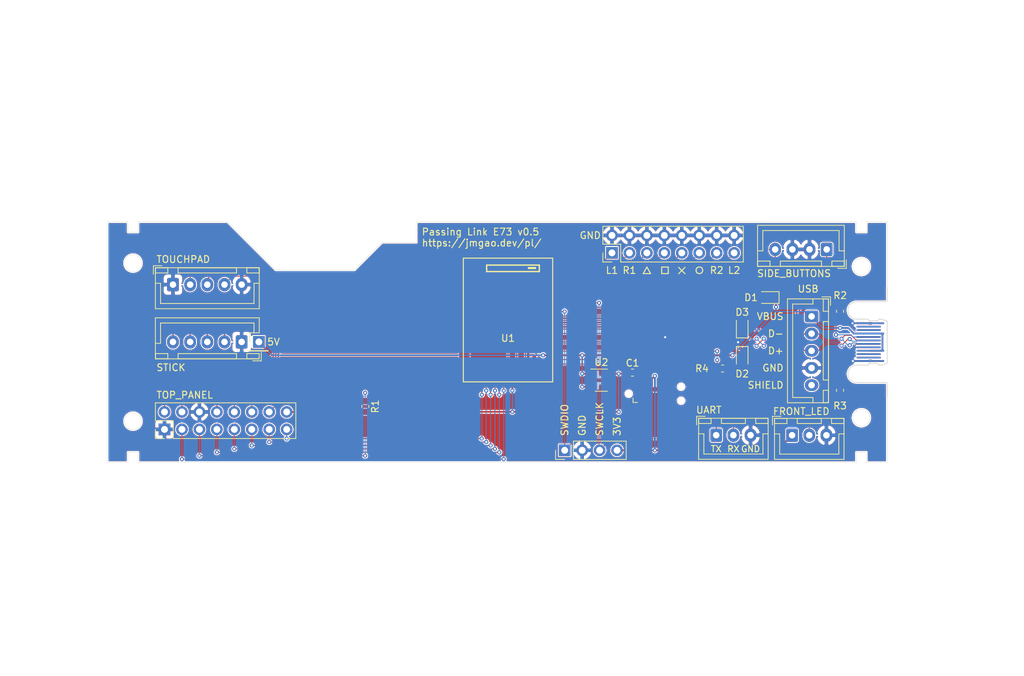
<source format=kicad_pcb>
(kicad_pcb (version 20171130) (host pcbnew 5.1.5-52549c5~84~ubuntu18.04.1)
  (layers (0 F.Cu signal) (31 B.Cu signal) (34 B.Paste user hide) (35 F.Paste user hide) (36 B.SilkS user) (37 F.SilkS user) (38 B.Mask user hide) (39 F.Mask user hide) (44 Edge.Cuts user))
  (net 0 "")
  (net 1 +3V3)
  (net 2 GND)
  (net 3 USB_VBUS)
  (net 4 "Net-(X1-PadB11)")
  (net 5 "Net-(X1-PadB10)")
  (net 6 "Net-(X1-PadB8)")
  (net 7 USB_D-)
  (net 8 USB_D+)
  (net 9 "Net-(X1-PadB3)")
  (net 10 "Net-(X1-PadB2)")
  (net 11 "Net-(X1-PadA2)")
  (net 12 "Net-(X1-PadA3)")
  (net 13 "Net-(X1-PadA8)")
  (net 14 "Net-(X1-PadA10)")
  (net 15 "Net-(X1-PadA11)")
  (net 16 SWCLK)
  (net 17 SWDIO)
  (net 18 "Net-(J1-Pad5)")
  (net 19 "Net-(J3-Pad5)")
  (net 20 "Net-(J3-Pad10)")
  (net 21 "Net-(J3-Pad9)")
  (net 22 "Net-(R3-Pad1)")
  (net 23 "Net-(J8-Pad2)")
  (net 24 "Net-(J3-Pad1)")
  (net 25 "Net-(U1-Pad23)")
  (net 26 "Net-(U1-Pad25)")
  (net 27 /STICK_RIGHT)
  (net 28 /STICK_LEFT)
  (net 29 /STICK_UP)
  (net 30 /STICK_DOWN)
  (net 31 /BUTTON_L1)
  (net 32 /BUTTON_R1)
  (net 33 /BUTTON_TRIANGLE)
  (net 34 /BUTTON_SQUARE)
  (net 35 /BUTTON_CROSS)
  (net 36 /BUTTON_CIRCLE)
  (net 37 /BUTTON_R2)
  (net 38 /BUTTON_L2)
  (net 39 /BUTTON_PS4)
  (net 40 /MODE_LOCK)
  (net 41 /MODE_LS)
  (net 42 /MODE_RS)
  (net 43 /MODE_PS3)
  (net 44 /BUTTON_L3)
  (net 45 /BUTTON_R3)
  (net 46 /BUTTON_TOUCHPAD)
  (net 47 /UART_TX)
  (net 48 /UART_RX)
  (net 49 /BUTTON_SELECT)
  (net 50 /BUTTON_START)
  (net 51 /LED_FRONT_K)
  (net 52 "Net-(U2-Pad4)")
  (net 53 /TP_SS)
  (net 54 /TP_SCL)
  (net 55 /TP_SDA)
  (net 56 /LED_P4_K)
  (net 57 /LED_P3_K)
  (net 58 /LED_P2_K)
  (net 59 /LED_P1_K)
  (net 60 "Net-(R2-Pad1)")
  (net 61 /TP_RST)
  (net 62 /TP_INT)
  (module E73-2G4M08S1C:E73-2G4M08S1C (layer F.Cu) (at 171.12 89.13)
    (fp_text reference U1 (at 0 2.54) (layer F.SilkS))
    (fp_text value E73-2G4M08S1C)
    (pad 42 smd rect (at 3.969 -4.505 180) (size 1.524 0.635) (layers F.Cu F.Paste F.Mask) (net 32 /BUTTON_R1))
    (pad 40 smd rect (at 3.969 -3.235 180) (size 1.524 0.635) (layers F.Cu F.Paste F.Mask) (net 34 /BUTTON_SQUARE))
    (pad 38 smd rect (at 3.969 -1.965 180) (size 1.524 0.635) (layers F.Cu F.Paste F.Mask) (net 35 /BUTTON_CROSS))
    (pad 36 smd rect (at 3.969 -0.695 180) (size 1.524 0.635) (layers F.Cu F.Paste F.Mask) (net 36 /BUTTON_CIRCLE))
    (pad 34 smd rect (at 3.969 0.575 180) (size 1.524 0.635) (layers F.Cu F.Paste F.Mask) (net 38 /BUTTON_L2))
    (pad 32 smd rect (at 3.969 1.845 180) (size 1.524 0.635) (layers F.Cu F.Paste F.Mask) (net 50 /BUTTON_START))
    (pad 30 smd rect (at 3.969 3.115 180) (size 1.524 0.635) (layers F.Cu F.Paste F.Mask) (net 51 /LED_FRONT_K))
    (pad 28 smd rect (at 3.969 4.385 180) (size 1.524 0.635) (layers F.Cu F.Paste F.Mask) (net 48 /UART_RX))
    (pad 24 smd rect (at 3.81 6.33 90) (size 1.524 0.635) (layers F.Cu F.Paste F.Mask) (net 2 GND))
    (pad 22 smd rect (at 2.54 6.33 90) (size 1.524 0.635) (layers F.Cu F.Paste F.Mask) (net 53 /TP_SS))
    (pad 20 smd rect (at 1.27 6.33 90) (size 1.524 0.635) (layers F.Cu F.Paste F.Mask) (net 54 /TP_SCL))
    (pad 18 smd rect (at 0 6.33 90) (size 1.524 0.635) (layers F.Cu F.Paste F.Mask) (net 55 /TP_SDA))
    (pad 16 smd rect (at -1.27 6.33 90) (size 1.524 0.635) (layers F.Cu F.Paste F.Mask) (net 43 /MODE_PS3))
    (pad 14 smd rect (at -2.54 6.33 90) (size 1.524 0.635) (layers F.Cu F.Paste F.Mask) (net 57 /LED_P3_K))
    (pad 12 smd rect (at -3.81 6.33 90) (size 1.524 0.635) (layers F.Cu F.Paste F.Mask) (net 59 /LED_P1_K))
    (pad 25 smd rect (at 4.45 8.75 90) (size 1.524 0.635) (layers F.Cu F.Paste F.Mask) (net 26 "Net-(U1-Pad25)"))
    (pad 23 smd rect (at 3.18 8.75 90) (size 1.524 0.635) (layers F.Cu F.Paste F.Mask) (net 25 "Net-(U1-Pad23)"))
    (pad 21 smd rect (at 1.91 8.75 90) (size 1.524 0.635) (layers F.Cu F.Paste F.Mask) (net 2 GND))
    (pad 19 smd rect (at 0.64 8.75 90) (size 1.524 0.635) (layers F.Cu F.Paste F.Mask) (net 1 +3V3))
    (pad 17 smd rect (at -0.63 8.75 90) (size 1.524 0.635) (layers F.Cu F.Paste F.Mask) (net 45 /BUTTON_R3))
    (pad 15 smd rect (at -1.9 8.75 90) (size 1.524 0.635) (layers F.Cu F.Paste F.Mask) (net 56 /LED_P4_K))
    (pad 13 smd rect (at -3.17 8.75 90) (size 1.524 0.635) (layers F.Cu F.Paste F.Mask) (net 58 /LED_P2_K))
    (pad 11 smd rect (at -4.44 8.75 90) (size 1.524 0.635) (layers F.Cu F.Paste F.Mask) (net 39 /BUTTON_PS4))
    (pad 2 smd rect (at -6.35 -3.87) (size 1.524 0.635) (layers F.Cu F.Paste F.Mask) (net 29 /STICK_UP))
    (pad 1 smd rect (at -6.35 -5.14) (size 1.524 0.635) (layers F.Cu F.Paste F.Mask) (net 30 /STICK_DOWN))
    (pad 3 smd rect (at -6.35 -2.6) (size 1.524 0.635) (layers F.Cu F.Paste F.Mask) (net 28 /STICK_LEFT))
    (pad 4 smd rect (at -6.35 -1.33) (size 1.524 0.635) (layers F.Cu F.Paste F.Mask) (net 27 /STICK_RIGHT))
    (pad 5 smd rect (at -6.35 -0.06) (size 1.524 0.635) (layers F.Cu F.Paste F.Mask) (net 2 GND))
    (pad 7 smd rect (at -6.35 2.48) (size 1.524 0.635) (layers F.Cu F.Paste F.Mask) (net 44 /BUTTON_L3))
    (pad 8 smd rect (at -6.35 3.75) (size 1.524 0.635) (layers F.Cu F.Paste F.Mask) (net 42 /MODE_RS))
    (pad 6 smd rect (at -6.35 1.21) (size 1.524 0.635) (layers F.Cu F.Paste F.Mask) (net 46 /BUTTON_TOUCHPAD))
    (pad 9 smd rect (at -6.35 5.02) (size 1.524 0.635) (layers F.Cu F.Paste F.Mask) (net 41 /MODE_LS))
    (pad 10 smd rect (at -6.35 6.29) (size 1.524 0.635) (layers F.Cu F.Paste F.Mask) (net 40 /MODE_LOCK))
    (pad 41 smd rect (at 6.35 -3.87) (size 1.524 0.635) (layers F.Cu F.Paste F.Mask) (net 33 /BUTTON_TRIANGLE))
    (pad 43 smd rect (at 6.35 -5.14) (size 1.524 0.635) (layers F.Cu F.Paste F.Mask) (net 31 /BUTTON_L1))
    (pad 39 smd rect (at 6.35 -2.6) (size 1.524 0.635) (layers F.Cu F.Paste F.Mask) (net 16 SWCLK))
    (pad 37 smd rect (at 6.35 -1.33) (size 1.524 0.635) (layers F.Cu F.Paste F.Mask) (net 17 SWDIO))
    (pad 35 smd rect (at 6.35 -0.06) (size 1.524 0.635) (layers F.Cu F.Paste F.Mask) (net 37 /BUTTON_R2))
    (pad 33 smd rect (at 6.35 1.21) (size 1.524 0.635) (layers F.Cu F.Paste F.Mask) (net 49 /BUTTON_SELECT))
    (pad 31 smd rect (at 6.35 2.48) (size 1.524 0.635) (layers F.Cu F.Paste F.Mask) (net 8 USB_D+))
    (pad 29 smd rect (at 6.35 3.75) (size 1.524 0.635) (layers F.Cu F.Paste F.Mask) (net 7 USB_D-))
    (pad 27 smd rect (at 6.35 5.02) (size 1.524 0.635) (layers F.Cu F.Paste F.Mask) (net 3 USB_VBUS))
    (pad 26 smd rect (at 6.35 6.29) (size 1.524 0.635) (layers F.Cu F.Paste F.Mask) (net 47 /UART_TX))
  )
  (module Resistor_SMD:R_0603_1608Metric (layer F.Cu) (at 150.36 101.6 270)
    (fp_text reference R1 (at 0 -1.43 90) (layer F.SilkS))
    (fp_text value 10K)
    (pad 2 smd roundrect (at 0.7875 0 270) (size 0.875 0.95) (layers F.Cu F.Paste F.Mask) (net 1 +3V3))
    (pad 1 smd roundrect (at -0.7875 0 270) (size 0.875 0.95) (layers F.Cu F.Paste F.Mask) (net 62 /TP_INT))
  )
  (module Package_TO_SOT_SMD:SOT-23-5 (layer F.Cu) (at 184.7 97.78)
    (fp_text reference U2 (at 0 -2.6) (layer F.SilkS))
    (fp_text value MIC5219-3.3YM5)
    (pad 5 smd rect (at 1.1 -0.95) (size 1.06 0.65) (layers F.Cu F.Paste F.Mask) (net 1 +3V3))
    (pad 4 smd rect (at 1.1 0.95) (size 1.06 0.65) (layers F.Cu F.Paste F.Mask) (net 52 "Net-(U2-Pad4)"))
    (pad 3 smd rect (at -1.1 0.95) (size 1.06 0.65) (layers F.Cu F.Paste F.Mask) (net 3 USB_VBUS))
    (pad 2 smd rect (at -1.1 0) (size 1.06 0.65) (layers F.Cu F.Paste F.Mask) (net 2 GND))
    (pad 1 smd rect (at -1.1 -0.95) (size 1.06 0.65) (layers F.Cu F.Paste F.Mask) (net 3 USB_VBUS))
  )
  (module Capacitor_SMD:C_0603_1608Metric (layer F.Cu) (at 189.2425 96.68)
    (fp_text reference C1 (at -0.0025 -1.4) (layer F.SilkS))
    (fp_text value 1uF)
    (pad 2 smd roundrect (at 0.7875 0) (size 0.875 0.95) (layers F.Cu F.Paste F.Mask) (net 2 GND))
    (pad 1 smd roundrect (at -0.7875 0) (size 0.875 0.95) (layers F.Cu F.Paste F.Mask) (net 1 +3V3))
  )
  (module Connector_JST:JST_XH_B4B-XH-A_1x04_P2.50mm_Vertical (layer F.Cu) (at 217.5 78.75 180)
    (fp_text reference J12 hide)
    (fp_text value Conn_01x04 hide)
    (fp_text user SIDE_BUTTONS (at 4.75 -3.5 180) (layer F.SilkS))
    (pad 4 thru_hole oval (at 7.5 0 180) (size 1.7 1.95) (drill 0.95) (layers *.Cu *.Mask) (net 49 /BUTTON_SELECT))
    (pad 3 thru_hole oval (at 5 0 180) (size 1.7 1.95) (drill 0.95) (layers *.Cu *.Mask) (net 2 GND))
    (pad 2 thru_hole oval (at 2.5 0 180) (size 1.7 1.95) (drill 0.95) (layers *.Cu *.Mask) (net 2 GND))
    (pad 1 thru_hole roundrect (at 0 0 180) (size 1.7 1.95) (drill 0.95) (layers *.Cu *.Mask) (roundrect_rratio 0.147059) (net 50 /BUTTON_START))
  )
  (module Connector_PinHeader_2.54mm:PinHeader_2x08_P2.54mm_Vertical (layer F.Cu) (at 186.25 79.25 90)
    (fp_text reference J6 hide)
    (fp_text value Conn_02x08_Odd_Even hide)
    (fp_text user GND (at 2.54 -1.54 180) (layer F.SilkS) (effects (justify right)))
    (fp_text user L1 (at -2.54 0 180) (layer F.SilkS))
    (fp_text user R1 (at -2.54 2.54 180) (layer F.SilkS))
    (fp_text user △ (at -2.445 5.08 180) (layer F.SilkS) (effects (font (size 1.25 1.25))))
    (fp_text user □ (at -2.54 7.62 90) (layer F.SilkS) (effects (font (size 1.25 1.25))))
    (fp_text user × (at -2.445 10.165 180) (layer F.SilkS) (effects (font (size 1.625 1.625))))
    (fp_text user ○ (at -2.535 12.625 90) (layer F.SilkS) (effects (font (size 1.25 1.25))))
    (fp_text user R2 (at -2.54 15.24 180) (layer F.SilkS))
    (fp_text user L2 (at -2.54 17.78 180) (layer F.SilkS))
    (pad 1 thru_hole rect (at 0 0 90) (size 1.7 1.7) (drill 1) (layers *.Cu *.Mask) (net 31 /BUTTON_L1))
    (pad 2 thru_hole oval (at 2.54 0 90) (size 1.7 1.7) (drill 1) (layers *.Cu *.Mask) (net 2 GND))
    (pad 3 thru_hole oval (at 0 2.54 90) (size 1.7 1.7) (drill 1) (layers *.Cu *.Mask) (net 32 /BUTTON_R1))
    (pad 4 thru_hole oval (at 2.54 2.54 90) (size 1.7 1.7) (drill 1) (layers *.Cu *.Mask) (net 2 GND))
    (pad 5 thru_hole oval (at 0 5.08 90) (size 1.7 1.7) (drill 1) (layers *.Cu *.Mask) (net 33 /BUTTON_TRIANGLE))
    (pad 6 thru_hole oval (at 2.54 5.08 90) (size 1.7 1.7) (drill 1) (layers *.Cu *.Mask) (net 2 GND))
    (pad 7 thru_hole oval (at 0 7.62 90) (size 1.7 1.7) (drill 1) (layers *.Cu *.Mask) (net 34 /BUTTON_SQUARE))
    (pad 8 thru_hole oval (at 2.54 7.62 90) (size 1.7 1.7) (drill 1) (layers *.Cu *.Mask) (net 2 GND))
    (pad 9 thru_hole oval (at 0 10.16 90) (size 1.7 1.7) (drill 1) (layers *.Cu *.Mask) (net 35 /BUTTON_CROSS))
    (pad 10 thru_hole oval (at 2.54 10.16 90) (size 1.7 1.7) (drill 1) (layers *.Cu *.Mask) (net 2 GND))
    (pad 11 thru_hole oval (at 0 12.7 90) (size 1.7 1.7) (drill 1) (layers *.Cu *.Mask) (net 36 /BUTTON_CIRCLE))
    (pad 12 thru_hole oval (at 2.54 12.7 90) (size 1.7 1.7) (drill 1) (layers *.Cu *.Mask) (net 2 GND))
    (pad 13 thru_hole oval (at 0 15.24 90) (size 1.7 1.7) (drill 1) (layers *.Cu *.Mask) (net 37 /BUTTON_R2))
    (pad 14 thru_hole oval (at 2.54 15.24 90) (size 1.7 1.7) (drill 1) (layers *.Cu *.Mask) (net 2 GND))
    (pad 15 thru_hole oval (at 0 17.78 90) (size 1.7 1.7) (drill 1) (layers *.Cu *.Mask) (net 38 /BUTTON_L2))
    (pad 16 thru_hole oval (at 2.54 17.78 90) (size 1.7 1.7) (drill 1) (layers *.Cu *.Mask) (net 2 GND))
  )
  (module Connector_PinHeader_2.54mm:PinHeader_1x04_P2.54mm_Vertical (layer F.Cu) (at 179.37 107.98 90)
    (fp_text reference J2 hide)
    (fp_text value Conn_01x04)
    (fp_text user SWDIO (at 2 0 90) (layer F.SilkS) (effects (justify left)))
    (fp_text user GND (at 2 2.54 90) (layer F.SilkS) (effects (justify left)))
    (fp_text user SWCLK (at 2 5.08 90) (layer F.SilkS) (effects (justify left)))
    (fp_text user 3V3 (at 2 7.62 90) (layer F.SilkS) (effects (justify left)))
    (pad 4 thru_hole oval (at 0 7.62 90) (size 1.7 1.7) (drill 1) (layers *.Cu *.Mask) (net 1 +3V3))
    (pad 3 thru_hole oval (at 0 5.08 90) (size 1.7 1.7) (drill 1) (layers *.Cu *.Mask) (net 16 SWCLK))
    (pad 2 thru_hole oval (at 0 2.54 90) (size 1.7 1.7) (drill 1) (layers *.Cu *.Mask) (net 2 GND))
    (pad 1 thru_hole rect (at 0 0 90) (size 1.7 1.7) (drill 1) (layers *.Cu *.Mask) (net 17 SWDIO))
  )
  (module Connector_JST:JST_XH_B3B-XH-A_1x03_P2.50mm_Vertical (layer F.Cu) (at 201.42 105.78)
    (fp_text reference J9 hide)
    (fp_text value Conn_01x03 hide)
    (fp_text user UART (at -1.07 -3.66) (layer F.SilkS))
    (fp_text user TX (at 0 2) (layer F.SilkS) (effects (font (size 0.9 0.9))))
    (fp_text user RX (at 2.5 2) (layer F.SilkS) (effects (font (size 0.9 0.9))))
    (fp_text user GND (at 5 2) (layer F.SilkS) (effects (font (size 0.9 0.9))))
    (pad 1 thru_hole roundrect (at 0 0) (size 1.7 1.95) (drill 0.95) (layers *.Cu *.Mask) (roundrect_rratio 0.147059) (net 47 /UART_TX))
    (pad 2 thru_hole oval (at 2.5 0) (size 1.7 1.95) (drill 0.95) (layers *.Cu *.Mask) (net 48 /UART_RX))
    (pad 3 thru_hole oval (at 5 0) (size 1.7 1.95) (drill 0.95) (layers *.Cu *.Mask) (net 2 GND))
  )
  (module Connector:Tag-Connect_TC2050-IDC-NL_2x05_P1.27mm_Vertical (layer F.Cu) (at 192.5 99.75)
    (fp_text reference J3 hide)
    (fp_text value Conn_02x05_Odd_Even hide)
    (pad 10 connect circle (at -2.54 -0.635) (size 0.7874 0.7874) (layers F.Cu F.Mask) (net 20 "Net-(J3-Pad10)"))
    (pad 9 connect circle (at -1.27 -0.635) (size 0.7874 0.7874) (layers F.Cu F.Mask) (net 21 "Net-(J3-Pad9)"))
    (pad 8 connect circle (at 0 -0.635) (size 0.7874 0.7874) (layers F.Cu F.Mask) (net 1 +3V3))
    (pad 7 connect circle (at 1.27 -0.635) (size 0.7874 0.7874) (layers F.Cu F.Mask) (net 1 +3V3))
    (pad 6 connect circle (at 2.54 -0.635) (size 0.7874 0.7874) (layers F.Cu F.Mask) (net 16 SWCLK))
    (pad 5 connect circle (at 2.54 0.635) (size 0.7874 0.7874) (layers F.Cu F.Mask) (net 19 "Net-(J3-Pad5)"))
    (pad 4 connect circle (at 1.27 0.635) (size 0.7874 0.7874) (layers F.Cu F.Mask) (net 2 GND))
    (pad 3 connect circle (at 0 0.635) (size 0.7874 0.7874) (layers F.Cu F.Mask) (net 2 GND))
    (pad 2 connect circle (at -1.27 0.635) (size 0.7874 0.7874) (layers F.Cu F.Mask) (net 17 SWDIO))
    (pad 1 connect circle (at -2.54 0.635) (size 0.7874 0.7874) (layers F.Cu F.Mask) (net 24 "Net-(J3-Pad1)"))
    (pad "" thru_hole circle (at -3.81 0) (size 0.9906 0.9906) (drill 0.9906) (layers *.Cu *.Mask))
    (pad "" thru_hole circle (at 3.81 1.016) (size 0.9906 0.9906) (drill 0.9906) (layers *.Cu *.Mask))
    (pad "" thru_hole circle (at 3.81 -1.016) (size 0.9906 0.9906) (drill 0.9906) (layers *.Cu *.Mask))
  )
  (module Connector_PinHeader_2.54mm:PinHeader_2x08_P2.54mm_Vertical (layer F.Cu) (at 121.13 104.94 90)
    (fp_text reference J7 hide)
    (fp_text value Conn_02x08_Odd_Even hide)
    (fp_text user TOP_PANEL (at 5 -1.25 180) (layer F.SilkS) (effects (justify left)))
    (pad 16 thru_hole oval (at 2.54 17.78 90) (size 1.7 1.7) (drill 1) (layers *.Cu *.Mask) (net 1 +3V3))
    (pad 15 thru_hole oval (at 0 17.78 90) (size 1.7 1.7) (drill 1) (layers *.Cu *.Mask) (net 59 /LED_P1_K))
    (pad 14 thru_hole oval (at 2.54 15.24 90) (size 1.7 1.7) (drill 1) (layers *.Cu *.Mask) (net 39 /BUTTON_PS4))
    (pad 13 thru_hole oval (at 0 15.24 90) (size 1.7 1.7) (drill 1) (layers *.Cu *.Mask) (net 58 /LED_P2_K))
    (pad 12 thru_hole oval (at 2.54 12.7 90) (size 1.7 1.7) (drill 1) (layers *.Cu *.Mask) (net 40 /MODE_LOCK))
    (pad 11 thru_hole oval (at 0 12.7 90) (size 1.7 1.7) (drill 1) (layers *.Cu *.Mask) (net 57 /LED_P3_K))
    (pad 10 thru_hole oval (at 2.54 10.16 90) (size 1.7 1.7) (drill 1) (layers *.Cu *.Mask) (net 41 /MODE_LS))
    (pad 9 thru_hole oval (at 0 10.16 90) (size 1.7 1.7) (drill 1) (layers *.Cu *.Mask) (net 56 /LED_P4_K))
    (pad 8 thru_hole oval (at 2.54 7.62 90) (size 1.7 1.7) (drill 1) (layers *.Cu *.Mask) (net 42 /MODE_RS))
    (pad 7 thru_hole oval (at 0 7.62 90) (size 1.7 1.7) (drill 1) (layers *.Cu *.Mask) (net 43 /MODE_PS3))
    (pad 6 thru_hole oval (at 2.54 5.08 90) (size 1.7 1.7) (drill 1) (layers *.Cu *.Mask) (net 2 GND))
    (pad 5 thru_hole oval (at 0 5.08 90) (size 1.7 1.7) (drill 1) (layers *.Cu *.Mask) (net 62 /TP_INT))
    (pad 4 thru_hole oval (at 2.54 2.54 90) (size 1.7 1.7) (drill 1) (layers *.Cu *.Mask) (net 44 /BUTTON_L3))
    (pad 3 thru_hole oval (at 0 2.54 90) (size 1.7 1.7) (drill 1) (layers *.Cu *.Mask) (net 45 /BUTTON_R3))
    (pad 2 thru_hole oval (at 2.54 0 90) (size 1.7 1.7) (drill 1) (layers *.Cu *.Mask) (net 46 /BUTTON_TOUCHPAD))
    (pad 1 thru_hole rect (at 0 0 90) (size 1.7 1.7) (drill 1) (layers *.Cu *.Mask) (net 2 GND))
  )
  (module Connector_JST:JST_XH_B5B-XH-A_1x05_P2.50mm_Vertical (layer F.Cu) (at 132.36 92.21 180)
    (fp_text reference J5 hide)
    (fp_text value Conn_01x05 hide)
    (fp_text user STICK (at 12.48 -3.73) (layer F.SilkS) (effects (justify left)))
    (pad 1 thru_hole roundrect (at 0 0 180) (size 1.7 1.95) (drill 0.95) (layers *.Cu *.Mask) (roundrect_rratio 0.147059) (net 2 GND))
    (pad 2 thru_hole oval (at 2.5 0 180) (size 1.7 1.95) (drill 0.95) (layers *.Cu *.Mask) (net 27 /STICK_RIGHT))
    (pad 3 thru_hole oval (at 5 0 180) (size 1.7 1.95) (drill 0.95) (layers *.Cu *.Mask) (net 28 /STICK_LEFT))
    (pad 4 thru_hole oval (at 7.5 0 180) (size 1.7 1.95) (drill 0.95) (layers *.Cu *.Mask) (net 29 /STICK_UP))
    (pad 5 thru_hole oval (at 10 0 180) (size 1.7 1.95) (drill 0.95) (layers *.Cu *.Mask) (net 30 /STICK_DOWN))
  )
  (module Connector_PinHeader_2.54mm:PinHeader_1x01_P2.54mm_Vertical (layer F.Cu) (at 134.86 92.21)
    (fp_text reference J11 hide)
    (fp_text value Conn_01x01)
    (fp_text user 5V (at 2.14 0) (layer F.SilkS))
    (pad 1 thru_hole rect (at 0 0) (size 1.7 1.7) (drill 1) (layers *.Cu *.Mask) (net 3 USB_VBUS))
  )
  (module Resistor_SMD:R_0603_1608Metric (layer F.Cu) (at 202.35 96.08 180)
    (fp_text reference R4 (at 3 0 180) (layer F.SilkS))
    (fp_text value 100)
    (pad 2 smd roundrect (at 0.7875 0 180) (size 0.875 0.95) (layers F.Cu F.Paste F.Mask) (net 51 /LED_FRONT_K))
    (pad 1 smd roundrect (at -0.7875 0 180) (size 0.875 0.95) (layers F.Cu F.Paste F.Mask) (net 23 "Net-(J8-Pad2)"))
  )
  (module Diode_SMD:D_SOD-323 (layer F.Cu) (at 205.202 90.123 90)
    (fp_text reference D3 (at 2.243 -0.002) (layer F.SilkS))
    (fp_text value PESD5V0L1BA,115 hide)
    (pad 2 smd rect (at 1.05 0 90) (size 0.6 0.45) (layers F.Cu F.Paste F.Mask) (net 2 GND))
    (pad 1 smd rect (at -1.05 0 90) (size 0.6 0.45) (layers F.Cu F.Paste F.Mask) (net 8 USB_D+))
  )
  (module Diode_SMD:D_SOD-323 (layer F.Cu) (at 205.202 94.377 270)
    (fp_text reference D2 (at 2.483 0.002) (layer F.SilkS))
    (fp_text value PESD5V0L1BA,115 hide)
    (pad 2 smd rect (at 1.05 0 270) (size 0.6 0.45) (layers F.Cu F.Paste F.Mask) (net 2 GND))
    (pad 1 smd rect (at -1.05 0 270) (size 0.6 0.45) (layers F.Cu F.Paste F.Mask) (net 7 USB_D-))
  )
  (module Diode_SMD:D_SOD-323 (layer F.Cu) (at 209.07 85.75 180)
    (fp_text reference D1 (at 2.58 0 180) (layer F.SilkS))
    (fp_text value PESD12VL1BA,115 hide)
    (pad 2 smd rect (at 1.05 0 180) (size 0.6 0.45) (layers F.Cu F.Paste F.Mask) (net 2 GND))
    (pad 1 smd rect (at -1.05 0 180) (size 0.6 0.45) (layers F.Cu F.Paste F.Mask) (net 3 USB_VBUS))
  )
  (module Resistor_SMD:R_0603_1608Metric (layer F.Cu) (at 219.44 87.75 90)
    (fp_text reference R2 (at 2.3 0.02) (layer F.SilkS))
    (fp_text value 5.1K)
    (pad 2 smd roundrect (at 0.7875 0 90) (size 0.875 0.95) (layers F.Cu F.Paste F.Mask) (net 2 GND))
    (pad 1 smd roundrect (at -0.7875 0 90) (size 0.875 0.95) (layers F.Cu F.Paste F.Mask) (net 60 "Net-(R2-Pad1)"))
  )
  (module Resistor_SMD:R_0603_1608Metric (layer F.Cu) (at 219.44 99.25 270)
    (fp_text reference R3 (at 2.26 0 180) (layer F.SilkS))
    (fp_text value 5.1K)
    (pad 2 smd roundrect (at 0.7875 0 270) (size 0.875 0.95) (layers F.Cu F.Paste F.Mask) (net 2 GND))
    (pad 1 smd roundrect (at -0.7875 0 270) (size 0.875 0.95) (layers F.Cu F.Paste F.Mask) (net 22 "Net-(R3-Pad1)"))
  )
  (module Connector_JST:JST_XH_B3B-XH-A_1x03_P2.50mm_Vertical (layer F.Cu) (at 212.46 105.79)
    (fp_text reference J8 hide)
    (fp_text value Conn_01x03 hide)
    (fp_text user FRONT_LED (at 1.34 -3.47) (layer F.SilkS))
    (pad 1 thru_hole roundrect (at 0 0) (size 1.7 1.95) (drill 0.95) (layers *.Cu *.Mask) (roundrect_rratio 0.147059) (net 1 +3V3))
    (pad 2 thru_hole oval (at 2.5 0) (size 1.7 1.95) (drill 0.95) (layers *.Cu *.Mask) (net 23 "Net-(J8-Pad2)"))
    (pad 3 thru_hole oval (at 5 0) (size 1.7 1.95) (drill 0.95) (layers *.Cu *.Mask) (net 2 GND))
  )
  (module Connector_JST:JST_XH_B5B-XH-A_1x05_P2.50mm_Vertical (layer F.Cu) (at 122.36 83.87)
    (fp_text reference J4 hide)
    (fp_text value Conn_01x05 hide)
    (fp_text user TOUCHPAD (at -2.48 -3.68) (layer F.SilkS) (effects (justify left)))
    (pad 1 thru_hole roundrect (at 0 0) (size 1.7 1.95) (drill 0.95) (layers *.Cu *.Mask) (roundrect_rratio 0.147059) (net 2 GND))
    (pad 2 thru_hole oval (at 2.5 0) (size 1.7 1.95) (drill 0.95) (layers *.Cu *.Mask) (net 54 /TP_SCL))
    (pad 3 thru_hole oval (at 5 0) (size 1.7 1.95) (drill 0.95) (layers *.Cu *.Mask) (net 55 /TP_SDA))
    (pad 4 thru_hole oval (at 7.5 0) (size 1.7 1.95) (drill 0.95) (layers *.Cu *.Mask) (net 61 /TP_RST))
    (pad 5 thru_hole oval (at 10 0) (size 1.7 1.95) (drill 0.95) (layers *.Cu *.Mask) (net 2 GND))
  )
  (module Connector_JST:JST_XH_B5B-XH-A_1x05_P2.50mm_Vertical (layer F.Cu) (at 215.3 88.5 270)
    (fp_text reference J1 hide)
    (fp_text value Conn_01x05_Female hide)
    (fp_text user USB (at -4 0.5) (layer F.SilkS))
    (fp_text user VBUS (at 0 4) (layer F.SilkS) (effects (justify right)))
    (fp_text user D+ (at 5 4) (layer F.SilkS) (effects (justify right)))
    (fp_text user D- (at 2.5 4) (layer F.SilkS) (effects (justify right)))
    (fp_text user GND (at 7.5 4) (layer F.SilkS) (effects (justify right)))
    (fp_text user SHIELD (at 10 4) (layer F.SilkS) (effects (justify right)))
    (pad 5 thru_hole oval (at 10 0 270) (size 1.7 1.95) (drill 0.95) (layers *.Cu *.Mask) (net 18 "Net-(J1-Pad5)"))
    (pad 4 thru_hole oval (at 7.5 0 270) (size 1.7 1.95) (drill 0.95) (layers *.Cu *.Mask) (net 2 GND))
    (pad 3 thru_hole oval (at 5 0 270) (size 1.7 1.95) (drill 0.95) (layers *.Cu *.Mask) (net 8 USB_D+))
    (pad 2 thru_hole oval (at 2.5 0 270) (size 1.7 1.95) (drill 0.95) (layers *.Cu *.Mask) (net 7 USB_D-))
    (pad 1 thru_hole roundrect (at 0 0 270) (size 1.7 1.95) (drill 0.95) (layers *.Cu *.Mask) (roundrect_rratio 0.147059) (net 3 USB_VBUS))
  )
  (module PCB-USB-C:PCB-USB-C (layer F.Cu) (at 226.300283 92.24221 270)
    (fp_text reference X1 hide)
    (fp_text value PCB-USB-C hide)
    (fp_arc (start 4.615 4.45) (end 5.885 4.45) (angle 180) (layer Edge.Cuts) (width 0.1))
    (fp_arc (start -4.615 4.45) (end -3.345 4.45) (angle 180) (layer Edge.Cuts) (width 0.1))
    (fp_line (start 5.885 0.2) (end 5.885 4.45) (layer Edge.Cuts) (width 0.1))
    (fp_arc (start 6.085 0.2) (end 5.885 0.2) (angle 90) (layer Edge.Cuts) (width 0.1))
    (fp_line (start 8 0) (end 6.085 0) (layer Edge.Cuts) (width 0.1))
    (fp_line (start -5.885 0.2) (end -5.885 4.45) (layer Edge.Cuts) (width 0.1))
    (fp_arc (start -6.085 0.2) (end -5.885 0.2) (angle -90) (layer Edge.Cuts) (width 0.1))
    (fp_line (start -8 0) (end -6.085 0) (layer Edge.Cuts) (width 0.1))
    (fp_line (start -3.345 2.75) (end -3.345 4.45) (layer Edge.Cuts) (width 0.1))
    (fp_line (start 3.345 2.75) (end 3.345 4.45) (layer Edge.Cuts) (width 0.1))
    (fp_line (start 3.045 0) (end 3.345 0.75) (layer Edge.Cuts) (width 0.1))
    (fp_arc (start 3.345 1.5) (end 3.345 1.25) (angle -90) (layer Edge.Cuts) (width 0.1))
    (fp_arc (start 3.345 2.5) (end 3.345 2.75) (angle 90) (layer Edge.Cuts) (width 0.1))
    (fp_line (start 3.095 1.5) (end 3.095 2.5) (layer Edge.Cuts) (width 0.1))
    (fp_arc (start -3.345 1.5) (end -3.345 1.25) (angle 90) (layer Edge.Cuts) (width 0.1))
    (fp_arc (start -3.345 2.5) (end -3.345 2.75) (angle -90) (layer Edge.Cuts) (width 0.1))
    (fp_line (start -3.095 1.5) (end -3.095 2.5) (layer Edge.Cuts) (width 0.1))
    (fp_line (start -3.045 0) (end -3.345 0.75) (layer Edge.Cuts) (width 0.1))
    (fp_line (start 3.345 0.75) (end 3.345 1.25) (layer Edge.Cuts) (width 0.1))
    (fp_line (start -3.345 0.75) (end -3.345 1.25) (layer Edge.Cuts) (width 0.1))
    (fp_line (start -3.045 0) (end 3.045 0) (layer Edge.Cuts) (width 0.1))
    (pad B11 smd rect (at 2.25 2.7) (size 3.5 0.25) (layers B.Cu B.Mask) (net 4 "Net-(X1-PadB11)"))
    (pad B10 smd rect (at 1.75 2.7) (size 3.5 0.25) (layers B.Cu B.Mask) (net 5 "Net-(X1-PadB10)"))
    (pad B8 smd rect (at 0.75 2.7) (size 3.5 0.25) (layers B.Cu B.Mask) (net 6 "Net-(X1-PadB8)"))
    (pad B7 smd rect (at 0.25 2.7) (size 3.5 0.25) (layers B.Cu B.Mask) (net 7 USB_D-))
    (pad B6 smd rect (at -0.25 2.7) (size 3.5 0.25) (layers B.Cu B.Mask) (net 8 USB_D+))
    (pad B5 smd rect (at -0.75 2.7) (size 3.5 0.25) (layers B.Cu B.Mask) (net 60 "Net-(R2-Pad1)"))
    (pad B3 smd rect (at -1.75 2.7) (size 3.5 0.25) (layers B.Cu B.Mask) (net 9 "Net-(X1-PadB3)"))
    (pad B2 smd rect (at -2.25 2.7) (size 3.5 0.25) (layers B.Cu B.Mask) (net 10 "Net-(X1-PadB2)"))
    (pad B12 smd rect (at 2.75 2.45) (size 4 0.25) (layers B.Cu B.Mask) (net 2 GND))
    (pad B9 smd rect (at 1.25 2.45) (size 4 0.25) (layers B.Cu B.Mask) (net 3 USB_VBUS))
    (pad B4 smd rect (at -1.25 2.45) (size 4 0.25) (layers B.Cu B.Mask) (net 3 USB_VBUS))
    (pad B1 smd rect (at -2.75 2.45) (size 4 0.25) (layers B.Cu B.Mask) (net 2 GND))
    (pad A1 smd rect (at 2.75 2.45) (size 4 0.25) (layers F.Cu F.Mask) (net 2 GND))
    (pad A4 smd rect (at 1.25 2.45) (size 4 0.25) (layers F.Cu F.Mask) (net 3 USB_VBUS))
    (pad A9 smd rect (at -1.25 2.45) (size 4 0.25) (layers F.Cu F.Mask) (net 3 USB_VBUS))
    (pad A12 smd rect (at -2.75 2.45) (size 4 0.25) (layers F.Cu F.Mask) (net 2 GND))
    (pad A2 smd rect (at 2.25 2.7) (size 3.5 0.25) (layers F.Cu F.Mask) (net 11 "Net-(X1-PadA2)"))
    (pad A3 smd rect (at 1.75 2.7) (size 3.5 0.25) (layers F.Cu F.Mask) (net 12 "Net-(X1-PadA3)"))
    (pad A5 smd rect (at 0.75 2.7) (size 3.5 0.25) (layers F.Cu F.Mask) (net 22 "Net-(R3-Pad1)"))
    (pad A6 smd rect (at 0.25 2.7) (size 3.5 0.25) (layers F.Cu F.Mask) (net 8 USB_D+))
    (pad A7 smd rect (at -0.25 2.7) (size 3.5 0.25) (layers F.Cu F.Mask) (net 7 USB_D-))
    (pad A8 smd rect (at -0.75 2.7) (size 3.5 0.25) (layers F.Cu F.Mask) (net 13 "Net-(X1-PadA8)"))
    (pad A10 smd rect (at -1.75 2.7) (size 3.5 0.25) (layers F.Cu F.Mask) (net 14 "Net-(X1-PadA10)"))
    (pad A11 smd rect (at -2.25 2.7) (size 3.5 0.25) (layers F.Cu F.Mask) (net 15 "Net-(X1-PadA11)"))
  )
  (gr_text "Passing Link E73 v0.5\nhttps://jmgao.dev/pl/" (at 158.5 77) (layer F.SilkS) (effects (font (size 1 1)) (justify left)))
  (gr_line (start 117.3 109.74221) (end 221.8 109.74221) (layer Edge.Cuts) (width 0.05))
  (gr_circle (center 222.55 103.24) (end 223.8 103.24) (layer Edge.Cuts) (width 0.05))
  (gr_circle (center 222.55 81.24) (end 223.8 81.24) (layer Edge.Cuts) (width 0.05))
  (gr_circle (center 116.55 80.74) (end 117.8 80.74) (layer Edge.Cuts) (width 0.05))
  (gr_circle (center 116.55 103.74) (end 117.8 103.74) (layer Edge.Cuts) (width 0.05))
  (gr_line (start 117.300283 108.24221) (end 117.300283 109.74221) (layer Edge.Cuts) (width 0.05))
  (gr_line (start 221.800283 74.74221) (end 157.800283 74.74221) (layer Edge.Cuts) (width 0.05))
  (gr_line (start 157.800283 74.74221) (end 157.800283 77.74221) (layer Edge.Cuts) (width 0.05))
  (gr_line (start 157.800283 77.74221) (end 152.800283 77.74221) (layer Edge.Cuts) (width 0.05))
  (gr_line (start 152.800283 77.74221) (end 148.800283 81.74221) (layer Edge.Cuts) (width 0.05))
  (gr_line (start 130.300283 74.74221) (end 117.300283 74.74221) (layer Edge.Cuts) (width 0.05))
  (gr_line (start 148.800283 81.74221) (end 137.300283 81.74221) (layer Edge.Cuts) (width 0.05))
  (gr_line (start 137.300283 81.74221) (end 130.300283 74.74221) (layer Edge.Cuts) (width 0.05))
  (gr_line (start 112.800283 109.74221) (end 115.800283 109.74221) (layer Edge.Cuts) (width 0.05))
  (gr_line (start 115.800283 109.74221) (end 115.800283 108.24221) (layer Edge.Cuts) (width 0.05))
  (gr_line (start 115.800283 108.24221) (end 117.300283 108.24221) (layer Edge.Cuts) (width 0.05))
  (gr_line (start 223.300283 108.24221) (end 223.300283 109.74221) (layer Edge.Cuts) (width 0.05))
  (gr_line (start 223.300283 109.74221) (end 226.300283 109.74221) (layer Edge.Cuts) (width 0.05))
  (gr_line (start 221.800283 109.74221) (end 221.800283 108.24221) (layer Edge.Cuts) (width 0.05))
  (gr_line (start 221.800283 108.24221) (end 223.300283 108.24221) (layer Edge.Cuts) (width 0.05))
  (gr_line (start 226.300283 74.74221) (end 223.300283 74.74221) (layer Edge.Cuts) (width 0.05))
  (gr_line (start 223.300283 74.74221) (end 223.300283 76.24221) (layer Edge.Cuts) (width 0.05))
  (gr_line (start 117.300283 76.24221) (end 115.800283 76.24221) (layer Edge.Cuts) (width 0.05))
  (gr_line (start 115.800283 76.24221) (end 115.800283 74.74221) (layer Edge.Cuts) (width 0.05))
  (gr_line (start 115.800283 74.74221) (end 112.800283 74.74221) (layer Edge.Cuts) (width 0.05))
  (gr_line (start 112.800283 74.74221) (end 112.800283 109.74221) (layer Edge.Cuts) (width 0.05))
  (gr_line (start 223.300283 76.24221) (end 221.800283 76.24221) (layer Edge.Cuts) (width 0.05))
  (gr_line (start 221.800283 76.24221) (end 221.800283 74.74221) (layer Edge.Cuts) (width 0.05))
  (gr_line (start 226.300283 109.74221) (end 226.300283 100.24221) (layer Edge.Cuts) (width 0.05))
  (gr_line (start 226.300283 84.24221) (end 226.300283 74.74221) (layer Edge.Cuts) (width 0.05))
  (gr_line (start 117.300283 74.74221) (end 117.300283 76.24221) (layer Edge.Cuts) (width 0.05))
  (segment (start 192.5 99.115) (end 193.77 99.115) (width 0.254) (layer F.Cu) (net 1))
  (segment (start 186.99 107.98) (end 192.49 107.98) (width 0.254) (layer F.Cu) (net 1))
  (via (at 192.49 107.98) (size 0.6) (drill 0.3) (layers F.Cu B.Cu) (net 1))
  (segment (start 192.49 107.98) (end 192.49 97.17) (width 0.254) (layer B.Cu) (net 1))
  (via (at 192.49 97.17) (size 0.6) (drill 0.3) (layers F.Cu B.Cu) (net 1))
  (segment (start 192.49 99.105) (end 192.5 99.115) (width 0.254) (layer F.Cu) (net 1))
  (segment (start 192.49 97.17) (end 192.49 99.105) (width 0.254) (layer F.Cu) (net 1))
  (segment (start 185.8 96.83) (end 187.22 96.83) (width 0.254) (layer F.Cu) (net 1))
  (segment (start 192.49 97.17) (end 192.08 97.58) (width 0.254) (layer F.Cu) (net 1))
  (segment (start 189.355 97.58) (end 188.455 96.68) (width 0.254) (layer F.Cu) (net 1))
  (segment (start 192.08 97.58) (end 189.355 97.58) (width 0.254) (layer F.Cu) (net 1))
  (segment (start 210.27 107.98) (end 212.46 105.79) (width 0.254) (layer F.Cu) (net 1))
  (segment (start 192.49 107.98) (end 210.27 107.98) (width 0.254) (layer F.Cu) (net 1))
  (segment (start 187.22 96.83) (end 188.305 96.83) (width 0.254) (layer F.Cu) (net 1))
  (via (at 187.22 96.83) (size 0.6) (drill 0.3) (layers F.Cu B.Cu) (net 1))
  (segment (start 187.22 96.83) (end 187.22 96.77) (width 0.254) (layer B.Cu) (net 1))
  (segment (start 187.22 96.83) (end 187.22 102.38) (width 0.254) (layer B.Cu) (net 1))
  (via (at 187.22 102.38) (size 0.6) (drill 0.3) (layers F.Cu B.Cu) (net 1))
  (via (at 171.76 99.29) (size 0.6) (drill 0.3) (layers F.Cu B.Cu) (net 1))
  (segment (start 171.76 97.88) (end 171.76 99.29) (width 0.254) (layer F.Cu) (net 1))
  (segment (start 150.3475 102.4) (end 150.36 102.3875) (width 0.127) (layer F.Cu) (net 1))
  (segment (start 138.91 102.4) (end 150.3475 102.4) (width 0.254) (layer F.Cu) (net 1))
  (via (at 171.76 102.38) (size 0.6) (drill 0.3) (layers F.Cu B.Cu) (net 1))
  (segment (start 171.7525 102.3875) (end 171.76 102.38) (width 0.127) (layer F.Cu) (net 1))
  (segment (start 171.76 99.29) (end 171.76 102.38) (width 0.254) (layer B.Cu) (net 1))
  (segment (start 150.3675 102.38) (end 150.36 102.3875) (width 0.254) (layer F.Cu) (net 1))
  (segment (start 171.76 102.38) (end 150.3675 102.38) (width 0.254) (layer F.Cu) (net 1))
  (segment (start 171.76 102.38) (end 187.22 102.38) (width 0.254) (layer F.Cu) (net 1))
  (via (at 221.250282 89.492209) (size 0.6) (drill 0.3) (layers F.Cu B.Cu) (net 2))
  (via (at 221.300283 94.99221) (size 0.6) (drill 0.3) (layers F.Cu B.Cu) (net 2))
  (segment (start 221.975282 94.992211) (end 221.300283 94.99221) (width 0.127) (layer F.Cu) (net 2))
  (segment (start 223.850283 94.992209) (end 221.975282 94.992211) (width 0.127) (layer F.Cu) (net 2))
  (segment (start 221.975284 89.49221) (end 221.250282 89.492209) (width 0.127) (layer F.Cu) (net 2))
  (segment (start 223.850283 89.49221) (end 221.975284 89.49221) (width 0.127) (layer F.Cu) (net 2))
  (segment (start 221.723284 94.992209) (end 221.300283 94.99221) (width 0.127) (layer B.Cu) (net 2))
  (segment (start 223.850283 94.992209) (end 221.723284 94.992209) (width 0.127) (layer B.Cu) (net 2))
  (segment (start 221.723284 89.49221) (end 221.250282 89.492209) (width 0.127) (layer B.Cu) (net 2))
  (segment (start 223.850283 89.49221) (end 221.723284 89.49221) (width 0.127) (layer B.Cu) (net 2))
  (via (at 193.99 91.52) (size 0.6) (drill 0.3) (layers F.Cu B.Cu) (net 2))
  (via (at 204.6 92.25) (size 0.6) (drill 0.3) (layers F.Cu B.Cu) (net 2))
  (via (at 219.45 90.175) (size 0.6) (drill 0.3) (layers F.Cu B.Cu) (net 3))
  (segment (start 225.604284 93.320411) (end 225.432486 93.492209) (width 0.254) (layer F.Cu) (net 3))
  (segment (start 225.432486 93.492209) (end 223.850283 93.492209) (width 0.254) (layer F.Cu) (net 3))
  (segment (start 225.604284 91.164008) (end 225.604284 93.320411) (width 0.254) (layer F.Cu) (net 3))
  (segment (start 225.432486 90.992209) (end 225.604284 91.164008) (width 0.254) (layer F.Cu) (net 3))
  (segment (start 223.850283 90.992209) (end 225.432486 90.992209) (width 0.254) (layer F.Cu) (net 3))
  (segment (start 225.432486 93.492209) (end 223.850283 93.492209) (width 0.254) (layer B.Cu) (net 3))
  (segment (start 225.604284 93.320411) (end 225.432486 93.492209) (width 0.254) (layer B.Cu) (net 3))
  (segment (start 225.604284 91.164008) (end 225.604284 93.320411) (width 0.254) (layer B.Cu) (net 3))
  (segment (start 225.432486 90.992209) (end 225.604284 91.164008) (width 0.254) (layer B.Cu) (net 3))
  (segment (start 223.850283 90.992209) (end 225.432486 90.992209) (width 0.254) (layer B.Cu) (net 3))
  (segment (start 223.850283 90.99221) (end 221.45221 90.99221) (width 0.254) (layer F.Cu) (net 3))
  (segment (start 220.635 90.175) (end 219.45 90.175) (width 0.254) (layer F.Cu) (net 3))
  (segment (start 221.45221 90.99221) (end 220.635 90.175) (width 0.254) (layer F.Cu) (net 3))
  (segment (start 223.850283 90.99221) (end 221.46221 90.99221) (width 0.254) (layer B.Cu) (net 3))
  (segment (start 221.46221 90.99221) (end 220.64 90.17) (width 0.254) (layer B.Cu) (net 3))
  (segment (start 220.635 90.175) (end 219.45 90.175) (width 0.254) (layer B.Cu) (net 3))
  (segment (start 220.64 90.17) (end 220.635 90.175) (width 0.254) (layer B.Cu) (net 3))
  (segment (start 216.975 90.175) (end 215.3 88.5) (width 0.254) (layer B.Cu) (net 3))
  (segment (start 219.45 90.175) (end 216.975 90.175) (width 0.254) (layer B.Cu) (net 3))
  (segment (start 215.36 88.44) (end 215.3 88.5) (width 0.254) (layer B.Cu) (net 3))
  (segment (start 177.47 94.15) (end 181.92 94.15) (width 0.254) (layer F.Cu) (net 3))
  (via (at 203.78 94.15) (size 0.6) (drill 0.3) (layers F.Cu B.Cu) (net 3))
  (segment (start 203.78 94.15) (end 210.12 87.81) (width 0.254) (layer B.Cu) (net 3))
  (segment (start 214.61 87.81) (end 215.3 88.5) (width 0.254) (layer B.Cu) (net 3))
  (segment (start 210.12 87.81) (end 214.61 87.81) (width 0.254) (layer B.Cu) (net 3))
  (segment (start 210.12 87.81) (end 210.12 87.13) (width 0.254) (layer B.Cu) (net 3))
  (via (at 210.12 87.13) (size 0.6) (drill 0.3) (layers F.Cu B.Cu) (net 3))
  (segment (start 210.12 85.75) (end 210.12 87.13) (width 0.254) (layer F.Cu) (net 3))
  (segment (start 181.92 94.15) (end 203.78 94.15) (width 0.254) (layer F.Cu) (net 3))
  (via (at 181.92 94.15) (size 0.6) (drill 0.3) (layers F.Cu B.Cu) (net 3))
  (segment (start 181.92 94.15) (end 181.92 98.73) (width 0.254) (layer B.Cu) (net 3))
  (segment (start 183.6 96.83) (end 181.92 96.83) (width 0.254) (layer F.Cu) (net 3))
  (via (at 181.92 96.83) (size 0.6) (drill 0.3) (layers F.Cu B.Cu) (net 3))
  (segment (start 183.6 98.73) (end 181.92 98.73) (width 0.254) (layer F.Cu) (net 3))
  (via (at 181.92 98.73) (size 0.6) (drill 0.3) (layers F.Cu B.Cu) (net 3))
  (via (at 176.23 94.15) (size 0.6) (drill 0.3) (layers F.Cu B.Cu) (net 3))
  (segment (start 177.47 94.15) (end 176.23 94.15) (width 0.254) (layer F.Cu) (net 3))
  (segment (start 136.8 94.15) (end 134.86 92.21) (width 0.254) (layer B.Cu) (net 3))
  (segment (start 176.23 94.15) (end 136.8 94.15) (width 0.254) (layer B.Cu) (net 3))
  (via (at 220.85 92.7) (size 0.6) (drill 0.3) (layers F.Cu B.Cu) (net 7))
  (via (at 219.65 91.75) (size 0.6) (drill 0.3) (layers F.Cu B.Cu) (net 7))
  (segment (start 221.826226 91.992211) (end 221.085724 91.251708) (width 0.127) (layer F.Cu) (net 7))
  (segment (start 223.600282 91.992209) (end 221.826226 91.992211) (width 0.127) (layer F.Cu) (net 7))
  (segment (start 220.140785 91.251708) (end 219.650284 91.742209) (width 0.127) (layer F.Cu) (net 7))
  (segment (start 221.085724 91.251708) (end 220.140785 91.251708) (width 0.127) (layer F.Cu) (net 7))
  (segment (start 219.650284 91.742209) (end 219.650284 91.74221) (width 0.127) (layer F.Cu) (net 7))
  (segment (start 217.398 92.123) (end 216.275 91) (width 0.127) (layer B.Cu) (net 7))
  (segment (start 216.275 91) (end 215.3 91) (width 0.127) (layer B.Cu) (net 7))
  (segment (start 219.65 91.75) (end 219.277 92.123) (width 0.127) (layer B.Cu) (net 7))
  (segment (start 219.277 92.123) (end 217.398 92.123) (width 0.127) (layer B.Cu) (net 7))
  (segment (start 221.975283 92.49221) (end 221.852283 92.36921) (width 0.127) (layer B.Cu) (net 7))
  (segment (start 223.600283 92.49221) (end 221.975283 92.49221) (width 0.127) (layer B.Cu) (net 7))
  (segment (start 221.223282 92.36921) (end 220.850283 92.742209) (width 0.127) (layer B.Cu) (net 7))
  (segment (start 221.852283 92.36921) (end 221.223282 92.36921) (width 0.127) (layer B.Cu) (net 7))
  (segment (start 220.65 92.75) (end 220.85 92.75) (width 0.127) (layer B.Cu) (net 7))
  (segment (start 220.6 92.7) (end 220.85 92.7) (width 0.127) (layer B.Cu) (net 7))
  (segment (start 219.65 91.75) (end 220.6 92.7) (width 0.127) (layer B.Cu) (net 7))
  (via (at 208.337 91.73) (size 0.6) (drill 0.3) (layers F.Cu B.Cu) (net 7))
  (segment (start 208.337 91.73) (end 207.297 92.77) (width 0.127) (layer F.Cu) (net 7))
  (via (at 207.297 92.77) (size 0.6) (drill 0.3) (layers F.Cu B.Cu) (net 7))
  (segment (start 177.973 92.377) (end 177.47 92.88) (width 0.127) (layer F.Cu) (net 7))
  (segment (start 207.297 92.77) (end 206.904 92.377) (width 0.127) (layer F.Cu) (net 7))
  (segment (start 214.325 91) (end 215.3 91) (width 0.127) (layer F.Cu) (net 7))
  (segment (start 213.202 92.123) (end 214.325 91) (width 0.127) (layer F.Cu) (net 7))
  (segment (start 208.337 91.73) (end 208.73 92.123) (width 0.127) (layer F.Cu) (net 7))
  (segment (start 208.73 92.123) (end 213.202 92.123) (width 0.127) (layer F.Cu) (net 7))
  (segment (start 206.602001 92.377) (end 205.652001 93.327) (width 0.127) (layer F.Cu) (net 7))
  (segment (start 206.904 92.377) (end 206.602001 92.377) (width 0.127) (layer F.Cu) (net 7))
  (segment (start 205.652001 93.327) (end 205.202 93.327) (width 0.127) (layer F.Cu) (net 7))
  (segment (start 203.801999 92.377) (end 177.973 92.377) (width 0.127) (layer F.Cu) (net 7))
  (segment (start 204.751999 93.327) (end 203.801999 92.377) (width 0.127) (layer F.Cu) (net 7))
  (segment (start 205.202 93.327) (end 204.751999 93.327) (width 0.127) (layer F.Cu) (net 7))
  (via (at 219.65 92.75) (size 0.6) (drill 0.3) (layers F.Cu B.Cu) (net 8))
  (segment (start 219.850283 92.69221) (end 219.800283 92.692209) (width 0.127) (layer B.Cu) (net 8))
  (segment (start 223.600283 92.492211) (end 221.826226 92.492209) (width 0.127) (layer F.Cu) (net 8))
  (segment (start 221.826226 92.492209) (end 221.085723 93.23271) (width 0.127) (layer F.Cu) (net 8))
  (segment (start 220.140784 93.23271) (end 219.650284 92.74221) (width 0.127) (layer F.Cu) (net 8))
  (segment (start 221.085723 93.23271) (end 220.140784 93.23271) (width 0.127) (layer F.Cu) (net 8))
  (segment (start 219.850283 92.74221) (end 219.650284 92.74221) (width 0.127) (layer F.Cu) (net 8))
  (segment (start 219.277 92.377) (end 217.398 92.377) (width 0.127) (layer B.Cu) (net 8))
  (segment (start 219.65 92.75) (end 219.277 92.377) (width 0.127) (layer B.Cu) (net 8))
  (segment (start 217.398 92.377) (end 216.275 93.5) (width 0.127) (layer B.Cu) (net 8))
  (segment (start 216.275 93.5) (end 215.3 93.5) (width 0.127) (layer B.Cu) (net 8))
  (segment (start 223.600283 91.99221) (end 221.975283 91.99221) (width 0.127) (layer B.Cu) (net 8))
  (segment (start 221.975283 91.99221) (end 221.852283 92.11521) (width 0.127) (layer B.Cu) (net 8))
  (segment (start 221.852283 92.11521) (end 221.223283 92.11521) (width 0.127) (layer B.Cu) (net 8))
  (segment (start 221.223283 92.11521) (end 220.850283 91.74221) (width 0.127) (layer B.Cu) (net 8))
  (segment (start 215.3 93.817492) (end 215.3 93.5) (width 0.127) (layer B.Cu) (net 8))
  (via (at 220.85 91.8) (size 0.6) (drill 0.3) (layers F.Cu B.Cu) (net 8))
  (segment (start 220.6 91.8) (end 220.85 91.8) (width 0.127) (layer F.Cu) (net 8))
  (segment (start 219.65 92.75) (end 220.6 91.8) (width 0.127) (layer F.Cu) (net 8))
  (via (at 208.337 92.77) (size 0.6) (drill 0.3) (layers F.Cu B.Cu) (net 8))
  (segment (start 208.337 92.77) (end 207.297 91.73) (width 0.127) (layer B.Cu) (net 8))
  (via (at 207.297 91.73) (size 0.6) (drill 0.3) (layers F.Cu B.Cu) (net 8))
  (segment (start 177.983 92.123) (end 177.47 91.61) (width 0.127) (layer F.Cu) (net 8))
  (segment (start 207.297 91.73) (end 206.904 92.123) (width 0.127) (layer F.Cu) (net 8))
  (segment (start 213.202 92.377) (end 214.325 93.5) (width 0.127) (layer F.Cu) (net 8))
  (segment (start 208.337 92.77) (end 208.73 92.377) (width 0.127) (layer F.Cu) (net 8))
  (segment (start 214.325 93.5) (end 215.3 93.5) (width 0.127) (layer F.Cu) (net 8))
  (segment (start 208.73 92.377) (end 213.202 92.377) (width 0.127) (layer F.Cu) (net 8))
  (segment (start 205.652001 91.173) (end 205.202 91.173) (width 0.127) (layer F.Cu) (net 8))
  (segment (start 206.904 92.123) (end 206.602001 92.123) (width 0.127) (layer F.Cu) (net 8))
  (segment (start 206.602001 92.123) (end 205.652001 91.173) (width 0.127) (layer F.Cu) (net 8))
  (segment (start 203.801999 92.123) (end 177.983 92.123) (width 0.127) (layer F.Cu) (net 8))
  (segment (start 205.202 91.173) (end 204.751999 91.173) (width 0.127) (layer F.Cu) (net 8))
  (segment (start 204.751999 91.173) (end 203.801999 92.123) (width 0.127) (layer F.Cu) (net 8))
  (segment (start 177.47 86.53) (end 180.05 86.53) (width 0.127) (layer F.Cu) (net 16))
  (segment (start 180.05 86.53) (end 184.37 86.53) (width 0.127) (layer F.Cu) (net 16))
  (via (at 184.37 86.53) (size 0.6) (drill 0.3) (layers F.Cu B.Cu) (net 16))
  (segment (start 184.37 86.53) (end 184.37 107.9) (width 0.127) (layer B.Cu) (net 16))
  (segment (start 195.04 98.21) (end 195.04 99.115) (width 0.127) (layer F.Cu) (net 16))
  (segment (start 195.75 97.5) (end 195.04 98.21) (width 0.127) (layer F.Cu) (net 16))
  (segment (start 186.12 106.31) (end 193.94 106.31) (width 0.127) (layer F.Cu) (net 16))
  (segment (start 184.45 107.98) (end 186.12 106.31) (width 0.127) (layer F.Cu) (net 16))
  (segment (start 197.75 102.5) (end 197.75 98) (width 0.127) (layer F.Cu) (net 16))
  (segment (start 197.75 98) (end 197.25 97.5) (width 0.127) (layer F.Cu) (net 16))
  (segment (start 193.94 106.31) (end 197.75 102.5) (width 0.127) (layer F.Cu) (net 16))
  (segment (start 197.25 97.5) (end 195.75 97.5) (width 0.127) (layer F.Cu) (net 16))
  (segment (start 177.47 87.8) (end 177.73 87.8) (width 0.127) (layer F.Cu) (net 17))
  (segment (start 177.47 87.8) (end 178 87.8) (width 0.127) (layer F.Cu) (net 17))
  (segment (start 179.39 107.96) (end 179.37 107.98) (width 0.127) (layer F.Cu) (net 17))
  (segment (start 177.47 87.8) (end 179.37 87.8) (width 0.127) (layer F.Cu) (net 17))
  (via (at 179.37 87.8) (size 0.6) (drill 0.3) (layers F.Cu B.Cu) (net 17))
  (segment (start 179.37 87.8) (end 179.37 107.98) (width 0.127) (layer B.Cu) (net 17))
  (segment (start 179.37 107.98) (end 181.3 106.05) (width 0.127) (layer F.Cu) (net 17))
  (segment (start 181.3 106.05) (end 189.84 106.05) (width 0.127) (layer F.Cu) (net 17))
  (segment (start 191.23 104.66) (end 191.23 100.385) (width 0.127) (layer F.Cu) (net 17))
  (segment (start 189.84 106.05) (end 191.23 104.66) (width 0.127) (layer F.Cu) (net 17))
  (segment (start 223.600283 92.99221) (end 221.76779 92.99221) (width 0.127) (layer F.Cu) (net 22))
  (segment (start 219.44 95.32) (end 219.44 98.4625) (width 0.127) (layer F.Cu) (net 22))
  (segment (start 221.76779 92.99221) (end 219.44 95.32) (width 0.127) (layer F.Cu) (net 22))
  (segment (start 214.96 102.11) (end 214.96 105.79) (width 0.127) (layer F.Cu) (net 23))
  (segment (start 208.93 96.08) (end 214.96 102.11) (width 0.127) (layer F.Cu) (net 23))
  (segment (start 203.1375 96.08) (end 208.93 96.08) (width 0.127) (layer F.Cu) (net 23))
  (segment (start 164.77 87.8) (end 131.44 87.8) (width 0.127) (layer F.Cu) (net 27))
  (segment (start 129.86 89.38) (end 129.86 92.21) (width 0.127) (layer F.Cu) (net 27))
  (segment (start 131.44 87.8) (end 129.86 89.38) (width 0.127) (layer F.Cu) (net 27))
  (segment (start 127.36 92.21) (end 127.36 88.27) (width 0.127) (layer F.Cu) (net 28))
  (segment (start 127.36 88.27) (end 128.45 87.18) (width 0.127) (layer F.Cu) (net 28))
  (segment (start 164.77 86.53) (end 135.55 86.53) (width 0.127) (layer F.Cu) (net 28))
  (segment (start 134.9 87.18) (end 128.45 87.18) (width 0.127) (layer F.Cu) (net 28))
  (segment (start 135.55 86.53) (end 134.9 87.18) (width 0.127) (layer F.Cu) (net 28))
  (segment (start 164.77 85.26) (end 136.36 85.26) (width 0.127) (layer F.Cu) (net 29))
  (segment (start 136.36 85.26) (end 134.74 86.88) (width 0.127) (layer F.Cu) (net 29))
  (segment (start 134.74 86.88) (end 126.15 86.88) (width 0.127) (layer F.Cu) (net 29))
  (segment (start 124.86 88.17) (end 124.86 92.21) (width 0.127) (layer F.Cu) (net 29))
  (segment (start 126.15 86.88) (end 124.86 88.17) (width 0.127) (layer F.Cu) (net 29))
  (segment (start 122.36 92.335) (end 122.36 92.21) (width 0.127) (layer F.Cu) (net 30))
  (segment (start 164.77 83.99) (end 137.24 83.99) (width 0.127) (layer F.Cu) (net 30))
  (segment (start 137.24 83.99) (end 134.62 86.61) (width 0.127) (layer F.Cu) (net 30))
  (segment (start 134.62 86.61) (end 123.73 86.61) (width 0.127) (layer F.Cu) (net 30))
  (segment (start 122.36 87.98) (end 122.36 92.21) (width 0.127) (layer F.Cu) (net 30))
  (segment (start 123.73 86.61) (end 122.36 87.98) (width 0.127) (layer F.Cu) (net 30))
  (segment (start 181.51 83.99) (end 186.25 79.25) (width 0.127) (layer F.Cu) (net 31))
  (segment (start 177.47 83.99) (end 181.51 83.99) (width 0.127) (layer F.Cu) (net 31))
  (segment (start 183.415 84.625) (end 188.79 79.25) (width 0.127) (layer F.Cu) (net 32))
  (segment (start 175.089 84.625) (end 183.415 84.625) (width 0.127) (layer F.Cu) (net 32))
  (segment (start 185.32 85.26) (end 191.33 79.25) (width 0.127) (layer F.Cu) (net 33))
  (segment (start 177.47 85.26) (end 185.32 85.26) (width 0.127) (layer F.Cu) (net 33))
  (segment (start 187.225 85.895) (end 193.87 79.25) (width 0.127) (layer F.Cu) (net 34))
  (segment (start 175.089 85.895) (end 187.225 85.895) (width 0.127) (layer F.Cu) (net 34))
  (segment (start 188.495 87.165) (end 196.41 79.25) (width 0.127) (layer F.Cu) (net 35))
  (segment (start 175.089 87.165) (end 188.495 87.165) (width 0.127) (layer F.Cu) (net 35))
  (segment (start 189.765 88.435) (end 198.95 79.25) (width 0.127) (layer F.Cu) (net 36))
  (segment (start 175.089 88.435) (end 189.765 88.435) (width 0.127) (layer F.Cu) (net 36))
  (segment (start 177.47 89.07) (end 178.08 89.07) (width 0.127) (layer F.Cu) (net 37))
  (segment (start 191.67 89.07) (end 201.49 79.25) (width 0.127) (layer F.Cu) (net 37))
  (segment (start 177.47 89.07) (end 191.67 89.07) (width 0.127) (layer F.Cu) (net 37))
  (segment (start 193.575 89.705) (end 204.03 79.25) (width 0.127) (layer F.Cu) (net 38))
  (segment (start 175.089 89.705) (end 193.575 89.705) (width 0.127) (layer F.Cu) (net 38))
  (segment (start 140.89 97.88) (end 136.37 102.4) (width 0.127) (layer F.Cu) (net 39))
  (segment (start 166.68 97.88) (end 140.89 97.88) (width 0.127) (layer F.Cu) (net 39))
  (segment (start 164.77 95.42) (end 137.01 95.42) (width 0.127) (layer F.Cu) (net 40))
  (segment (start 137.01 95.42) (end 136.29 96.14) (width 0.127) (layer F.Cu) (net 40))
  (segment (start 136.29 96.14) (end 135.21 96.14) (width 0.127) (layer F.Cu) (net 40))
  (segment (start 133.83 97.52) (end 133.83 102.4) (width 0.127) (layer F.Cu) (net 40))
  (segment (start 135.21 96.14) (end 133.83 97.52) (width 0.127) (layer F.Cu) (net 40))
  (segment (start 164.77 94.15) (end 137.89 94.15) (width 0.127) (layer F.Cu) (net 41))
  (segment (start 137.89 94.15) (end 136.16 95.88) (width 0.127) (layer F.Cu) (net 41))
  (segment (start 136.16 95.88) (end 132.92 95.88) (width 0.127) (layer F.Cu) (net 41))
  (segment (start 131.29 97.51) (end 131.29 102.4) (width 0.127) (layer F.Cu) (net 41))
  (segment (start 132.92 95.88) (end 131.29 97.51) (width 0.127) (layer F.Cu) (net 41))
  (segment (start 164.77 92.88) (end 138.77 92.88) (width 0.127) (layer F.Cu) (net 42))
  (segment (start 138.77 92.88) (end 136.03 95.62) (width 0.127) (layer F.Cu) (net 42))
  (segment (start 136.03 95.62) (end 130.64 95.62) (width 0.127) (layer F.Cu) (net 42))
  (segment (start 130.64 95.62) (end 128.75 97.51) (width 0.127) (layer F.Cu) (net 42))
  (segment (start 128.75 97.51) (end 128.75 102.4) (width 0.127) (layer F.Cu) (net 42))
  (via (at 169.85 99.9) (size 0.6) (drill 0.3) (layers F.Cu B.Cu) (net 43))
  (segment (start 169.85 95.46) (end 169.85 99.9) (width 0.127) (layer F.Cu) (net 43))
  (via (at 128.75 108.27) (size 0.6) (drill 0.3) (layers F.Cu B.Cu) (net 43))
  (segment (start 128.75 104.94) (end 128.75 108.27) (width 0.127) (layer B.Cu) (net 43))
  (via (at 169.85 108.27) (size 0.6) (drill 0.3) (layers F.Cu B.Cu) (net 43))
  (segment (start 128.75 108.27) (end 169.85 108.27) (width 0.127) (layer F.Cu) (net 43))
  (segment (start 169.85 99.9) (end 169.85 108.27) (width 0.127) (layer B.Cu) (net 43))
  (segment (start 164.77 91.61) (end 139.67 91.61) (width 0.127) (layer F.Cu) (net 44))
  (segment (start 139.67 91.61) (end 135.92 95.36) (width 0.127) (layer F.Cu) (net 44))
  (segment (start 135.92 95.36) (end 125.81 95.36) (width 0.127) (layer F.Cu) (net 44))
  (segment (start 123.67 97.5) (end 123.67 102.4) (width 0.127) (layer F.Cu) (net 44))
  (segment (start 125.81 95.36) (end 123.67 97.5) (width 0.127) (layer F.Cu) (net 44))
  (via (at 170.49 99.3) (size 0.6) (drill 0.3) (layers F.Cu B.Cu) (net 45))
  (segment (start 170.49 97.88) (end 170.49 99.3) (width 0.127) (layer F.Cu) (net 45))
  (via (at 123.67 109.27) (size 0.6) (drill 0.3) (layers F.Cu B.Cu) (net 45))
  (segment (start 123.67 104.94) (end 123.67 109.27) (width 0.127) (layer B.Cu) (net 45))
  (segment (start 170.49 99.3) (end 170.49 109.27) (width 0.127) (layer B.Cu) (net 45))
  (via (at 170.49 109.27) (size 0.6) (drill 0.3) (layers F.Cu B.Cu) (net 45))
  (segment (start 123.67 109.27) (end 170.49 109.27) (width 0.127) (layer F.Cu) (net 45))
  (segment (start 164.77 90.34) (end 140.57 90.34) (width 0.127) (layer F.Cu) (net 46))
  (segment (start 140.57 90.34) (end 135.82 95.09) (width 0.127) (layer F.Cu) (net 46))
  (segment (start 135.82 95.09) (end 123.56 95.09) (width 0.127) (layer F.Cu) (net 46))
  (segment (start 121.13 97.52) (end 121.13 102.4) (width 0.127) (layer F.Cu) (net 46))
  (segment (start 123.56 95.09) (end 121.13 97.52) (width 0.127) (layer F.Cu) (net 46))
  (segment (start 177.47 95.42) (end 198.62 95.42) (width 0.127) (layer F.Cu) (net 47))
  (segment (start 201.42 98.22) (end 201.42 105.78) (width 0.127) (layer F.Cu) (net 47))
  (segment (start 198.62 95.42) (end 201.42 98.22) (width 0.127) (layer F.Cu) (net 47))
  (segment (start 176.04 94.78) (end 175.089 93.829) (width 0.127) (layer F.Cu) (net 48))
  (segment (start 175.089 93.829) (end 175.089 93.515) (width 0.127) (layer F.Cu) (net 48))
  (segment (start 198.68 94.78) (end 176.04 94.78) (width 0.127) (layer F.Cu) (net 48))
  (segment (start 203.92 105.78) (end 203.92 100.02) (width 0.127) (layer F.Cu) (net 48))
  (segment (start 203.92 100.02) (end 198.68 94.78) (width 0.127) (layer F.Cu) (net 48))
  (segment (start 209.110513 78.75) (end 210 78.75) (width 0.127) (layer F.Cu) (net 49))
  (segment (start 177.47 90.34) (end 204.48 90.34) (width 0.127) (layer F.Cu) (net 49))
  (segment (start 204.48 90.34) (end 205.04 89.78) (width 0.127) (layer F.Cu) (net 49))
  (segment (start 205.04 89.78) (end 206.09 89.78) (width 0.127) (layer F.Cu) (net 49))
  (segment (start 206.09 89.78) (end 209.13 86.74) (width 0.127) (layer F.Cu) (net 49))
  (segment (start 209.13 86.74) (end 209.13 85.09) (width 0.127) (layer F.Cu) (net 49))
  (segment (start 210 84.22) (end 210 78.75) (width 0.127) (layer F.Cu) (net 49))
  (segment (start 209.13 85.09) (end 210 84.22) (width 0.127) (layer F.Cu) (net 49))
  (segment (start 204.96 90.47) (end 210.67 90.47) (width 0.127) (layer F.Cu) (net 50))
  (segment (start 210.67 90.47) (end 217.5 83.64) (width 0.127) (layer F.Cu) (net 50))
  (segment (start 175.089 90.975) (end 204.455 90.975) (width 0.127) (layer F.Cu) (net 50))
  (segment (start 217.5 83.64) (end 217.5 78.75) (width 0.127) (layer F.Cu) (net 50))
  (segment (start 204.455 90.975) (end 204.96 90.47) (width 0.127) (layer F.Cu) (net 50))
  (segment (start 175.089 92.245) (end 176.005 92.245) (width 0.127) (layer F.Cu) (net 51))
  (segment (start 176.005 92.245) (end 176.33 92.57) (width 0.127) (layer F.Cu) (net 51))
  (segment (start 176.33 92.57) (end 176.33 93.44) (width 0.127) (layer F.Cu) (net 51))
  (segment (start 176.33 93.44) (end 176.45 93.56) (width 0.127) (layer F.Cu) (net 51))
  (segment (start 176.45 93.56) (end 201.55 93.56) (width 0.127) (layer F.Cu) (net 51))
  (via (at 201.55 93.56) (size 0.6) (drill 0.3) (layers F.Cu B.Cu) (net 51))
  (segment (start 201.5625 96.08) (end 201.5625 94.8475) (width 0.127) (layer F.Cu) (net 51))
  (via (at 201.5625 94.8475) (size 0.6) (drill 0.3) (layers F.Cu B.Cu) (net 51))
  (segment (start 201.55 93.56) (end 201.55 94.835) (width 0.127) (layer B.Cu) (net 51))
  (segment (start 172.33 82.11) (end 125.44 82.11) (width 0.127) (layer F.Cu) (net 53))
  (segment (start 124.86 82.69) (end 124.86 83.87) (width 0.127) (layer F.Cu) (net 53))
  (segment (start 125.44 82.11) (end 124.86 82.69) (width 0.127) (layer F.Cu) (net 53))
  (segment (start 173.66 95.46) (end 173.66 83.44) (width 0.127) (layer F.Cu) (net 53))
  (segment (start 173.66 83.44) (end 172.33 82.11) (width 0.127) (layer F.Cu) (net 53))
  (segment (start 128.01 82.38) (end 127.36 83.03) (width 0.127) (layer F.Cu) (net 54))
  (segment (start 127.36 83.03) (end 127.36 83.87) (width 0.127) (layer F.Cu) (net 54))
  (segment (start 170.89 82.38) (end 128.01 82.38) (width 0.127) (layer F.Cu) (net 54))
  (segment (start 172.39 95.46) (end 172.39 83.88) (width 0.127) (layer F.Cu) (net 54))
  (segment (start 172.39 83.88) (end 170.89 82.38) (width 0.127) (layer F.Cu) (net 54))
  (segment (start 131.09 82.64) (end 129.86 83.87) (width 0.127) (layer F.Cu) (net 55))
  (segment (start 170.78 82.64) (end 131.09 82.64) (width 0.127) (layer F.Cu) (net 55))
  (segment (start 171.12 95.46) (end 171.12 82.98) (width 0.127) (layer F.Cu) (net 55))
  (segment (start 171.12 82.98) (end 170.78 82.64) (width 0.127) (layer F.Cu) (net 55))
  (via (at 167.31 99.9) (size 0.6) (drill 0.3) (layers F.Cu B.Cu) (net 59))
  (segment (start 167.31 95.46) (end 167.31 99.9) (width 0.127) (layer F.Cu) (net 59))
  (via (at 138.91 106.27) (size 0.6) (drill 0.3) (layers F.Cu B.Cu) (net 59))
  (segment (start 138.91 104.94) (end 138.91 106.27) (width 0.127) (layer B.Cu) (net 59))
  (segment (start 138.91 106.27) (end 167.28 106.27) (width 0.127) (layer F.Cu) (net 59))
  (via (at 167.28 106.27) (size 0.6) (drill 0.3) (layers F.Cu B.Cu) (net 59))
  (segment (start 167.31 99.9) (end 167.31 106.24) (width 0.127) (layer B.Cu) (net 59))
  (segment (start 167.31 106.24) (end 167.28 106.27) (width 0.127) (layer B.Cu) (net 59))
  (via (at 167.95 99.3) (size 0.6) (drill 0.3) (layers F.Cu B.Cu) (net 58))
  (segment (start 167.95 97.88) (end 167.95 99.3) (width 0.127) (layer F.Cu) (net 58))
  (segment (start 136.37 104.94) (end 136.37 106.77) (width 0.127) (layer B.Cu) (net 58))
  (via (at 136.37 106.77) (size 0.6) (drill 0.3) (layers F.Cu B.Cu) (net 58))
  (via (at 167.95 106.77) (size 0.6) (drill 0.3) (layers F.Cu B.Cu) (net 58))
  (segment (start 167.95 99.3) (end 167.95 106.77) (width 0.127) (layer B.Cu) (net 58))
  (segment (start 167.95 106.77) (end 136.37 106.77) (width 0.127) (layer F.Cu) (net 58))
  (via (at 168.58 99.9) (size 0.6) (drill 0.3) (layers F.Cu B.Cu) (net 57))
  (segment (start 168.58 95.46) (end 168.58 99.9) (width 0.127) (layer F.Cu) (net 57))
  (segment (start 168.6 99.92) (end 168.58 99.9) (width 0.127) (layer B.Cu) (net 57))
  (segment (start 133.83 104.94) (end 133.83 107.27) (width 0.127) (layer B.Cu) (net 57))
  (via (at 133.83 107.27) (size 0.6) (drill 0.3) (layers F.Cu B.Cu) (net 57))
  (segment (start 133.83 107.27) (end 133.76 107.27) (width 0.127) (layer F.Cu) (net 57))
  (via (at 168.58 107.27) (size 0.6) (drill 0.3) (layers F.Cu B.Cu) (net 57))
  (segment (start 133.83 107.27) (end 168.58 107.27) (width 0.127) (layer F.Cu) (net 57))
  (segment (start 168.58 99.9) (end 168.58 107.27) (width 0.127) (layer B.Cu) (net 57))
  (via (at 169.22 99.3) (size 0.6) (drill 0.3) (layers F.Cu B.Cu) (net 56))
  (segment (start 169.22 97.88) (end 169.22 99.3) (width 0.127) (layer F.Cu) (net 56))
  (segment (start 169.23 99.31) (end 169.22 99.3) (width 0.127) (layer B.Cu) (net 56))
  (segment (start 131.29 104.94) (end 131.29 107.77) (width 0.127) (layer B.Cu) (net 56))
  (segment (start 131.29 107.77) (end 131.29 107.77) (width 0.127) (layer B.Cu) (net 56))
  (via (at 131.29 107.77) (size 0.6) (drill 0.3) (layers F.Cu B.Cu) (net 56))
  (via (at 169.22 107.77) (size 0.6) (drill 0.3) (layers F.Cu B.Cu) (net 56))
  (segment (start 169.22 99.3) (end 169.22 107.77) (width 0.127) (layer B.Cu) (net 56))
  (segment (start 131.29 107.77) (end 169.22 107.77) (width 0.127) (layer F.Cu) (net 56))
  (segment (start 223.600283 91.49221) (end 221.35221 91.49221) (width 0.127) (layer B.Cu) (net 60))
  (segment (start 221.35221 91.49221) (end 221.03 91.17) (width 0.127) (layer B.Cu) (net 60))
  (segment (start 221.03 91.17) (end 218.85 91.17) (width 0.127) (layer B.Cu) (net 60))
  (via (at 218.85 91.17) (size 0.6) (drill 0.3) (layers F.Cu B.Cu) (net 60))
  (segment (start 218.85 91.17) (end 218.85 91.17) (width 0.127) (layer B.Cu) (net 60))
  (segment (start 218.85 91.17) (end 218.85 91.17) (width 0.127) (layer B.Cu) (net 60))
  (via (at 218.85 91.17) (size 0.6) (drill 0.3) (layers F.Cu B.Cu) (net 60))
  (segment (start 218.85 89.1275) (end 219.44 88.5375) (width 0.127) (layer F.Cu) (net 60))
  (segment (start 218.85 91.17) (end 218.85 89.1275) (width 0.127) (layer F.Cu) (net 60))
  (segment (start 126.21 104.94) (end 126.21 108.77) (width 0.127) (layer B.Cu) (net 62))
  (via (at 126.21 108.77) (size 0.6) (drill 0.3) (layers F.Cu B.Cu) (net 62))
  (via (at 150.33 108.77) (size 0.6) (drill 0.3) (layers F.Cu B.Cu) (net 62))
  (segment (start 126.21 108.77) (end 150.33 108.77) (width 0.127) (layer F.Cu) (net 62))
  (via (at 150.33 99.61) (size 0.6) (drill 0.3) (layers F.Cu B.Cu) (net 62))
  (segment (start 150.33 108.77) (end 150.33 99.61) (width 0.127) (layer B.Cu) (net 62))
  (segment (start 150.33 99.61) (end 150.33 100.7825) (width 0.127) (layer F.Cu) (net 62))
  (zone (net 2) (net_name GND) (layer F.Cu) (connect_pads (clearance 0.1524)) (min_thickness 0.1524) (fill yes (arc_segments 32) (thermal_gap 0.508) (thermal_bridge_width 0.508))
    (polygon (pts (xy 97.19 54.98) (xy 97.19 128.85) (xy 246.22 128.85) (xy 246.22 54.44)))
  )
  (zone (net 2) (net_name GND) (layer B.Cu) (connect_pads (clearance 0.1524)) (min_thickness 0.1524) (fill yes (arc_segments 32) (thermal_gap 0.508) (thermal_bridge_width 0.508))
    (polygon (pts (xy 104.55 42.45) (xy 104.55 140.8) (xy 235.9 140.8) (xy 235.9 43.42)))
  )
)
</source>
